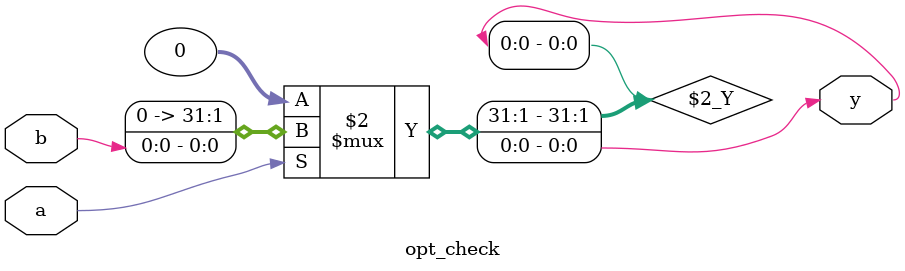
<source format=v>
module opt_check (input a , input b , output y);
	assign y = a?b:0;
endmodule

</source>
